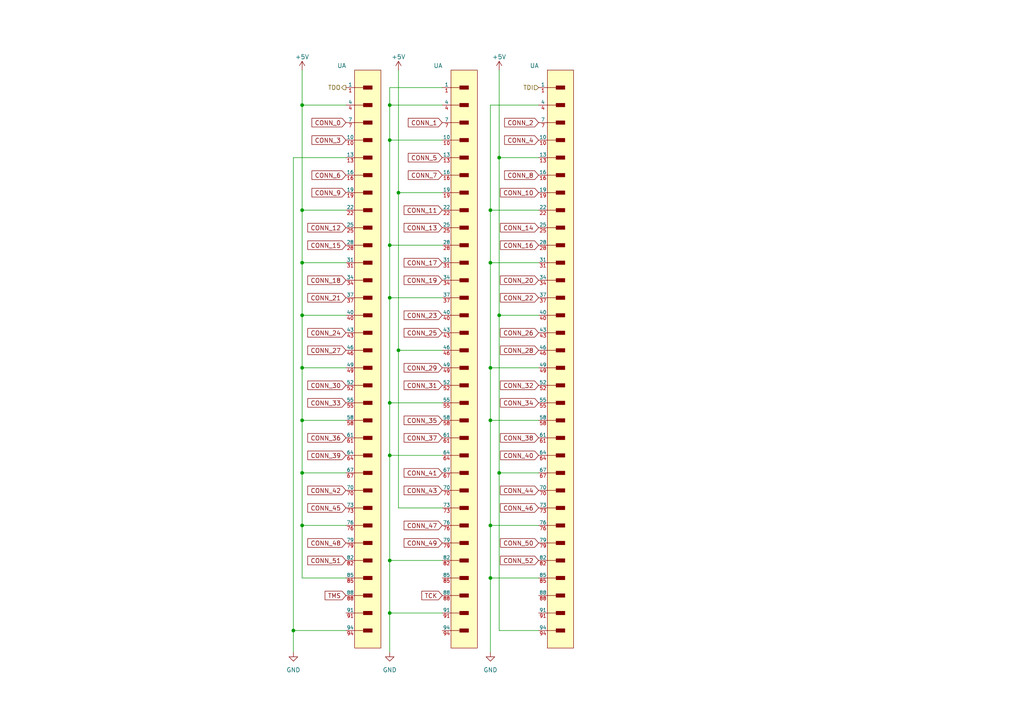
<source format=kicad_sch>
(kicad_sch (version 20220404) (generator eeschema)
  (paper "A4")
  (lib_symbols
    (symbol "09032967825:09032967825" (pin_names (offset 0))
      (property "Reference" "J" (at 0 7.62 0))
      (property "Value" "09032967825" (at 0 10.16 0))
      (symbol "09032967825_1_1"
        (rectangle (start -12.7 5.08) (end -5.08 -162.56) (fill (type background)))
        (rectangle (start -10.16 -156.972) (end -7.62 -157.988) (fill (type outline)))
        (rectangle (start -10.16 -151.892) (end -7.62 -152.908) (fill (type outline)))
        (rectangle (start -10.16 -146.812) (end -7.62 -147.828) (fill (type outline)))
        (rectangle (start -10.16 -141.732) (end -7.62 -142.748) (fill (type outline)))
        (rectangle (start -10.16 -136.652) (end -7.62 -137.668) (fill (type outline)))
        (rectangle (start -10.16 -131.572) (end -7.62 -132.588) (fill (type outline)))
        (rectangle (start -10.16 -126.492) (end -7.62 -127.508) (fill (type outline)))
        (rectangle (start -10.16 -121.412) (end -7.62 -122.428) (fill (type outline)))
        (rectangle (start -10.16 -116.332) (end -7.62 -117.348) (fill (type outline)))
        (rectangle (start -10.16 -111.252) (end -7.62 -112.268) (fill (type outline)))
        (rectangle (start -10.16 -106.172) (end -7.62 -107.188) (fill (type outline)))
        (rectangle (start -10.16 -101.092) (end -7.62 -102.108) (fill (type outline)))
        (rectangle (start -10.16 -96.012) (end -7.62 -97.028) (fill (type outline)))
        (rectangle (start -10.16 -90.932) (end -7.62 -91.948) (fill (type outline)))
        (rectangle (start -10.16 -85.852) (end -7.62 -86.868) (fill (type outline)))
        (rectangle (start -10.16 -80.772) (end -7.62 -81.788) (fill (type outline)))
        (rectangle (start -10.16 -75.692) (end -7.62 -76.708) (fill (type outline)))
        (rectangle (start -10.16 -70.612) (end -7.62 -71.628) (fill (type outline)))
        (rectangle (start -10.16 -65.532) (end -7.62 -66.548) (fill (type outline)))
        (rectangle (start -10.16 -60.452) (end -7.62 -61.468) (fill (type outline)))
        (rectangle (start -10.16 -55.372) (end -7.62 -56.388) (fill (type outline)))
        (rectangle (start -10.16 -50.292) (end -7.62 -51.308) (fill (type outline)))
        (rectangle (start -10.16 -45.212) (end -7.62 -46.228) (fill (type outline)))
        (rectangle (start -10.16 -40.132) (end -7.62 -41.148) (fill (type outline)))
        (rectangle (start -10.16 -35.052) (end -7.62 -36.068) (fill (type outline)))
        (rectangle (start -10.16 -29.972) (end -7.62 -30.988) (fill (type outline)))
        (rectangle (start -10.16 -24.892) (end -7.62 -25.908) (fill (type outline)))
        (rectangle (start -10.16 -19.812) (end -7.62 -20.828) (fill (type outline)))
        (rectangle (start -10.16 -14.732) (end -7.62 -15.748) (fill (type outline)))
        (rectangle (start -10.16 -9.652) (end -7.62 -10.668) (fill (type outline)))
        (rectangle (start -10.16 -4.572) (end -7.62 -5.588) (fill (type outline)))
        (rectangle (start -10.16 0.508) (end -7.62 -0.508) (fill (type outline)))
        (polyline (pts (xy -8.128 -157.48) (xy -5.08 -157.48)))
        (polyline (pts (xy -8.128 -152.4) (xy -5.08 -152.4)))
        (polyline (pts (xy -8.128 -147.32) (xy -5.08 -147.32)))
        (polyline (pts (xy -8.128 -142.24) (xy -5.08 -142.24)))
        (polyline (pts (xy -8.128 -137.16) (xy -5.08 -137.16)))
        (polyline (pts (xy -8.128 -132.08) (xy -5.08 -132.08)))
        (polyline (pts (xy -8.128 -127) (xy -5.08 -127)))
        (polyline (pts (xy -8.128 -121.92) (xy -5.08 -121.92)))
        (polyline (pts (xy -8.128 -116.84) (xy -5.08 -116.84)))
        (polyline (pts (xy -8.128 -111.76) (xy -5.08 -111.76)))
        (polyline (pts (xy -8.128 -106.68) (xy -5.08 -106.68)))
        (polyline (pts (xy -8.128 -101.6) (xy -5.08 -101.6)))
        (polyline (pts (xy -8.128 -96.52) (xy -5.08 -96.52)))
        (polyline (pts (xy -8.128 -91.44) (xy -5.08 -91.44)))
        (polyline (pts (xy -8.128 -86.36) (xy -5.08 -86.36)))
        (polyline (pts (xy -8.128 -81.28) (xy -5.08 -81.28)))
        (polyline (pts (xy -8.128 -76.2) (xy -5.08 -76.2)))
        (polyline (pts (xy -8.128 -71.12) (xy -5.08 -71.12)))
        (polyline (pts (xy -8.128 -66.04) (xy -5.08 -66.04)))
        (polyline (pts (xy -8.128 -60.96) (xy -5.08 -60.96)))
        (polyline (pts (xy -8.128 -55.88) (xy -5.08 -55.88)))
        (polyline (pts (xy -8.128 -50.8) (xy -5.08 -50.8)))
        (polyline (pts (xy -8.128 -45.72) (xy -5.08 -45.72)))
        (polyline (pts (xy -8.128 -40.64) (xy -5.08 -40.64)))
        (polyline (pts (xy -8.128 -35.56) (xy -5.08 -35.56)))
        (polyline (pts (xy -8.128 -30.48) (xy -5.08 -30.48)))
        (polyline (pts (xy -8.128 -25.4) (xy -5.08 -25.4)))
        (polyline (pts (xy -8.128 -20.32) (xy -5.08 -20.32)))
        (polyline (pts (xy -8.128 -15.24) (xy -5.08 -15.24)))
        (polyline (pts (xy -8.128 -10.16) (xy -5.08 -10.16)))
        (polyline (pts (xy -8.128 -5.08) (xy -5.08 -5.08)))
        (polyline (pts (xy -8.128 0) (xy -5.08 0)))
        (pin passive line (at -2.54 0 180) (length 2.54) (name "1") (number "1"))
        (pin passive line (at -2.54 -15.24 180) (length 2.54) (name "10") (number "10"))
        (pin passive line (at -2.54 -20.32 180) (length 2.54) (name "13") (number "13"))
        (pin passive line (at -2.54 -25.4 180) (length 2.54) (name "16") (number "16"))
        (pin passive line (at -2.54 -30.48 180) (length 2.54) (name "19") (number "19"))
        (pin passive line (at -2.54 -35.56 180) (length 2.54) (name "22") (number "22"))
        (pin passive line (at -2.54 -40.64 180) (length 2.54) (name "25") (number "25"))
        (pin passive line (at -2.54 -45.72 180) (length 2.54) (name "28") (number "28"))
        (pin passive line (at -2.54 -50.8 180) (length 2.54) (name "31") (number "31"))
        (pin passive line (at -2.54 -55.88 180) (length 2.54) (name "34") (number "34"))
        (pin passive line (at -2.54 -60.96 180) (length 2.54) (name "37") (number "37"))
        (pin passive line (at -2.54 -5.08 180) (length 2.54) (name "4") (number "4"))
        (pin passive line (at -2.54 -66.04 180) (length 2.54) (name "40") (number "40"))
        (pin passive line (at -2.54 -71.12 180) (length 2.54) (name "43") (number "43"))
        (pin passive line (at -2.54 -76.2 180) (length 2.54) (name "46") (number "46"))
        (pin passive line (at -2.54 -81.28 180) (length 2.54) (name "49") (number "49"))
        (pin passive line (at -2.54 -86.36 180) (length 2.54) (name "52") (number "52"))
        (pin passive line (at -2.54 -91.44 180) (length 2.54) (name "55") (number "55"))
        (pin passive line (at -2.54 -96.52 180) (length 2.54) (name "58") (number "58"))
        (pin passive line (at -2.54 -101.6 180) (length 2.54) (name "61") (number "61"))
        (pin passive line (at -2.54 -106.68 180) (length 2.54) (name "64") (number "64"))
        (pin passive line (at -2.54 -111.76 180) (length 2.54) (name "67") (number "67"))
        (pin passive line (at -2.54 -10.16 180) (length 2.54) (name "7") (number "7"))
        (pin passive line (at -2.54 -116.84 180) (length 2.54) (name "70") (number "70"))
        (pin passive line (at -2.54 -121.92 180) (length 2.54) (name "73") (number "73"))
        (pin passive line (at -2.54 -127 180) (length 2.54) (name "76") (number "76"))
        (pin passive line (at -2.54 -132.08 180) (length 2.54) (name "79") (number "79"))
        (pin passive line (at -2.54 -137.16 180) (length 2.54) (name "82") (number "82"))
        (pin passive line (at -2.54 -142.24 180) (length 2.54) (name "85") (number "85"))
        (pin passive line (at -2.54 -147.32 180) (length 2.54) (name "88") (number "88"))
        (pin passive line (at -2.54 -152.4 180) (length 2.54) (name "91") (number "91"))
        (pin passive line (at -2.54 -157.48 180) (length 2.54) (name "94") (number "94"))
      )
      (symbol "09032967825_2_1"
        (rectangle (start -12.7 5.08) (end -5.08 -162.56) (fill (type background)))
        (rectangle (start -10.16 -156.972) (end -7.62 -157.988) (fill (type outline)))
        (rectangle (start -10.16 -151.892) (end -7.62 -152.908) (fill (type outline)))
        (rectangle (start -10.16 -146.812) (end -7.62 -147.828) (fill (type outline)))
        (rectangle (start -10.16 -141.732) (end -7.62 -142.748) (fill (type outline)))
        (rectangle (start -10.16 -136.652) (end -7.62 -137.668) (fill (type outline)))
        (rectangle (start -10.16 -131.572) (end -7.62 -132.588) (fill (type outline)))
        (rectangle (start -10.16 -126.492) (end -7.62 -127.508) (fill (type outline)))
        (rectangle (start -10.16 -121.412) (end -7.62 -122.428) (fill (type outline)))
        (rectangle (start -10.16 -116.332) (end -7.62 -117.348) (fill (type outline)))
        (rectangle (start -10.16 -111.252) (end -7.62 -112.268) (fill (type outline)))
        (rectangle (start -10.16 -106.172) (end -7.62 -107.188) (fill (type outline)))
        (rectangle (start -10.16 -101.092) (end -7.62 -102.108) (fill (type outline)))
        (rectangle (start -10.16 -96.012) (end -7.62 -97.028) (fill (type outline)))
        (rectangle (start -10.16 -90.932) (end -7.62 -91.948) (fill (type outline)))
        (rectangle (start -10.16 -85.852) (end -7.62 -86.868) (fill (type outline)))
        (rectangle (start -10.16 -80.772) (end -7.62 -81.788) (fill (type outline)))
        (rectangle (start -10.16 -75.692) (end -7.62 -76.708) (fill (type outline)))
        (rectangle (start -10.16 -70.612) (end -7.62 -71.628) (fill (type outline)))
        (rectangle (start -10.16 -65.532) (end -7.62 -66.548) (fill (type outline)))
        (rectangle (start -10.16 -60.452) (end -7.62 -61.468) (fill (type outline)))
        (rectangle (start -10.16 -55.372) (end -7.62 -56.388) (fill (type outline)))
        (rectangle (start -10.16 -50.292) (end -7.62 -51.308) (fill (type outline)))
        (rectangle (start -10.16 -45.212) (end -7.62 -46.228) (fill (type outline)))
        (rectangle (start -10.16 -40.132) (end -7.62 -41.148) (fill (type outline)))
        (rectangle (start -10.16 -35.052) (end -7.62 -36.068) (fill (type outline)))
        (rectangle (start -10.16 -29.972) (end -7.62 -30.988) (fill (type outline)))
        (rectangle (start -10.16 -24.892) (end -7.62 -25.908) (fill (type outline)))
        (rectangle (start -10.16 -19.812) (end -7.62 -20.828) (fill (type outline)))
        (rectangle (start -10.16 -14.732) (end -7.62 -15.748) (fill (type outline)))
        (rectangle (start -10.16 -9.652) (end -7.62 -10.668) (fill (type outline)))
        (rectangle (start -10.16 -4.572) (end -7.62 -5.588) (fill (type outline)))
        (rectangle (start -10.16 0.508) (end -7.62 -0.508) (fill (type outline)))
        (polyline (pts (xy -8.128 -157.48) (xy -5.08 -157.48)))
        (polyline (pts (xy -8.128 -152.4) (xy -5.08 -152.4)))
        (polyline (pts (xy -8.128 -147.32) (xy -5.08 -147.32)))
        (polyline (pts (xy -8.128 -142.24) (xy -5.08 -142.24)))
        (polyline (pts (xy -8.128 -137.16) (xy -5.08 -137.16)))
        (polyline (pts (xy -8.128 -132.08) (xy -5.08 -132.08)))
        (polyline (pts (xy -8.128 -127) (xy -5.08 -127)))
        (polyline (pts (xy -8.128 -121.92) (xy -5.08 -121.92)))
        (polyline (pts (xy -8.128 -116.84) (xy -5.08 -116.84)))
        (polyline (pts (xy -8.128 -111.76) (xy -5.08 -111.76)))
        (polyline (pts (xy -8.128 -106.68) (xy -5.08 -106.68)))
        (polyline (pts (xy -8.128 -101.6) (xy -5.08 -101.6)))
        (polyline (pts (xy -8.128 -96.52) (xy -5.08 -96.52)))
        (polyline (pts (xy -8.128 -91.44) (xy -5.08 -91.44)))
        (polyline (pts (xy -8.128 -86.36) (xy -5.08 -86.36)))
        (polyline (pts (xy -8.128 -81.28) (xy -5.08 -81.28)))
        (polyline (pts (xy -8.128 -76.2) (xy -5.08 -76.2)))
        (polyline (pts (xy -8.128 -71.12) (xy -5.08 -71.12)))
        (polyline (pts (xy -8.128 -66.04) (xy -5.08 -66.04)))
        (polyline (pts (xy -8.128 -60.96) (xy -5.08 -60.96)))
        (polyline (pts (xy -8.128 -55.88) (xy -5.08 -55.88)))
        (polyline (pts (xy -8.128 -50.8) (xy -5.08 -50.8)))
        (polyline (pts (xy -8.128 -45.72) (xy -5.08 -45.72)))
        (polyline (pts (xy -8.128 -40.64) (xy -5.08 -40.64)))
        (polyline (pts (xy -8.128 -35.56) (xy -5.08 -35.56)))
        (polyline (pts (xy -8.128 -30.48) (xy -5.08 -30.48)))
        (polyline (pts (xy -8.128 -25.4) (xy -5.08 -25.4)))
        (polyline (pts (xy -8.128 -20.32) (xy -5.08 -20.32)))
        (polyline (pts (xy -8.128 -15.24) (xy -5.08 -15.24)))
        (polyline (pts (xy -8.128 -10.16) (xy -5.08 -10.16)))
        (polyline (pts (xy -8.128 -5.08) (xy -5.08 -5.08)))
        (polyline (pts (xy -8.128 0) (xy -5.08 0)))
        (pin passive line (at -2.54 -15.24 180) (length 2.54) (name "11") (number "11"))
        (pin passive line (at -2.54 -20.32 180) (length 2.54) (name "14") (number "14"))
        (pin passive line (at -2.54 -25.4 180) (length 2.54) (name "17") (number "17"))
        (pin passive line (at -2.54 0 180) (length 2.54) (name "2") (number "2"))
        (pin passive line (at -2.54 -30.48 180) (length 2.54) (name "20") (number "20"))
        (pin passive line (at -2.54 -35.56 180) (length 2.54) (name "23") (number "23"))
        (pin passive line (at -2.54 -40.64 180) (length 2.54) (name "26") (number "26"))
        (pin passive line (at -2.54 -45.72 180) (length 2.54) (name "29") (number "29"))
        (pin passive line (at -2.54 -50.8 180) (length 2.54) (name "32") (number "32"))
        (pin passive line (at -2.54 -55.88 180) (length 2.54) (name "35") (number "35"))
        (pin passive line (at -2.54 -60.96 180) (length 2.54) (name "38") (number "38"))
        (pin passive line (at -2.54 -66.04 180) (length 2.54) (name "41") (number "41"))
        (pin passive line (at -2.54 -71.12 180) (length 2.54) (name "44") (number "44"))
        (pin passive line (at -2.54 -76.2 180) (length 2.54) (name "47") (number "47"))
        (pin passive line (at -2.54 -5.08 180) (length 2.54) (name "5") (number "5"))
        (pin passive line (at -2.54 -81.28 180) (length 2.54) (name "50") (number "50"))
        (pin passive line (at -2.54 -86.36 180) (length 2.54) (name "53") (number "53"))
        (pin passive line (at -2.54 -91.44 180) (length 2.54) (name "56") (number "56"))
        (pin passive line (at -2.54 -96.52 180) (length 2.54) (name "59") (number "59"))
        (pin passive line (at -2.54 -101.6 180) (length 2.54) (name "62") (number "62"))
        (pin passive line (at -2.54 -106.68 180) (length 2.54) (name "65") (number "65"))
        (pin passive line (at -2.54 -111.76 180) (length 2.54) (name "68") (number "68"))
        (pin passive line (at -2.54 -116.84 180) (length 2.54) (name "71") (number "71"))
        (pin passive line (at -2.54 -121.92 180) (length 2.54) (name "74") (number "74"))
        (pin passive line (at -2.54 -127 180) (length 2.54) (name "77") (number "77"))
        (pin passive line (at -2.54 -10.16 180) (length 2.54) (name "8") (number "8"))
        (pin passive line (at -2.54 -132.08 180) (length 2.54) (name "80") (number "80"))
        (pin passive line (at -2.54 -137.16 180) (length 2.54) (name "83") (number "83"))
        (pin passive line (at -2.54 -142.24 180) (length 2.54) (name "86") (number "86"))
        (pin passive line (at -2.54 -147.32 180) (length 2.54) (name "89") (number "89"))
        (pin passive line (at -2.54 -152.4 180) (length 2.54) (name "92") (number "92"))
        (pin passive line (at -2.54 -157.48 180) (length 2.54) (name "95") (number "95"))
      )
      (symbol "09032967825_3_1"
        (rectangle (start -12.7 5.08) (end -5.08 -162.56) (fill (type background)))
        (rectangle (start -10.16 -156.972) (end -7.62 -157.988) (fill (type outline)))
        (rectangle (start -10.16 -151.892) (end -7.62 -152.908) (fill (type outline)))
        (rectangle (start -10.16 -146.812) (end -7.62 -147.828) (fill (type outline)))
        (rectangle (start -10.16 -141.732) (end -7.62 -142.748) (fill (type outline)))
        (rectangle (start -10.16 -136.652) (end -7.62 -137.668) (fill (type outline)))
        (rectangle (start -10.16 -131.572) (end -7.62 -132.588) (fill (type outline)))
        (rectangle (start -10.16 -126.492) (end -7.62 -127.508) (fill (type outline)))
        (rectangle (start -10.16 -121.412) (end -7.62 -122.428) (fill (type outline)))
        (rectangle (start -10.16 -116.332) (end -7.62 -117.348) (fill (type outline)))
        (rectangle (start -10.16 -111.252) (end -7.62 -112.268) (fill (type outline)))
        (rectangle (start -10.16 -106.172) (end -7.62 -107.188) (fill (type outline)))
        (rectangle (start -10.16 -101.092) (end -7.62 -102.108) (fill (type outline)))
        (rectangle (start -10.16 -96.012) (end -7.62 -97.028) (fill (type outline)))
        (rectangle (start -10.16 -90.932) (end -7.62 -91.948) (fill (type outline)))
        (rectangle (start -10.16 -85.852) (end -7.62 -86.868) (fill (type outline)))
        (rectangle (start -10.16 -80.772) (end -7.62 -81.788) (fill (type outline)))
        (rectangle (start -10.16 -75.692) (end -7.62 -76.708) (fill (type outline)))
        (rectangle (start -10.16 -70.612) (end -7.62 -71.628) (fill (type outline)))
        (rectangle (start -10.16 -65.532) (end -7.62 -66.548) (fill (type outline)))
        (rectangle (start -10.16 -60.452) (end -7.62 -61.468) (fill (type outline)))
        (rectangle (start -10.16 -55.372) (end -7.62 -56.388) (fill (type outline)))
        (rectangle (start -10.16 -50.292) (end -7.62 -51.308) (fill (type outline)))
        (rectangle (start -10.16 -45.212) (end -7.62 -46.228) (fill (type outline)))
        (rectangle (start -10.16 -40.132) (end -7.62 -41.148) (fill (type outline)))
        (rectangle (start -10.16 -35.052) (end -7.62 -36.068) (fill (type outline)))
        (rectangle (start -10.16 -29.972) (end -7.62 -30.988) (fill (type outline)))
        (rectangle (start -10.16 -24.892) (end -7.62 -25.908) (fill (type outline)))
        (rectangle (start -10.16 -19.812) (end -7.62 -20.828) (fill (type outline)))
        (rectangle (start -10.16 -14.732) (end -7.62 -15.748) (fill (type outline)))
        (rectangle (start -10.16 -9.652) (end -7.62 -10.668) (fill (type outline)))
        (rectangle (start -10.16 -4.572) (end -7.62 -5.588) (fill (type outline)))
        (rectangle (start -10.16 0.508) (end -7.62 -0.508) (fill (type outline)))
        (polyline (pts (xy -8.128 -157.48) (xy -5.08 -157.48)))
        (polyline (pts (xy -8.128 -152.4) (xy -5.08 -152.4)))
        (polyline (pts (xy -8.128 -147.32) (xy -5.08 -147.32)))
        (polyline (pts (xy -8.128 -142.24) (xy -5.08 -142.24)))
        (polyline (pts (xy -8.128 -137.16) (xy -5.08 -137.16)))
        (polyline (pts (xy -8.128 -132.08) (xy -5.08 -132.08)))
        (polyline (pts (xy -8.128 -127) (xy -5.08 -127)))
        (polyline (pts (xy -8.128 -121.92) (xy -5.08 -121.92)))
        (polyline (pts (xy -8.128 -116.84) (xy -5.08 -116.84)))
        (polyline (pts (xy -8.128 -111.76) (xy -5.08 -111.76)))
        (polyline (pts (xy -8.128 -106.68) (xy -5.08 -106.68)))
        (polyline (pts (xy -8.128 -101.6) (xy -5.08 -101.6)))
        (polyline (pts (xy -8.128 -96.52) (xy -5.08 -96.52)))
        (polyline (pts (xy -8.128 -91.44) (xy -5.08 -91.44)))
        (polyline (pts (xy -8.128 -86.36) (xy -5.08 -86.36)))
        (polyline (pts (xy -8.128 -81.28) (xy -5.08 -81.28)))
        (polyline (pts (xy -8.128 -76.2) (xy -5.08 -76.2)))
        (polyline (pts (xy -8.128 -71.12) (xy -5.08 -71.12)))
        (polyline (pts (xy -8.128 -66.04) (xy -5.08 -66.04)))
        (polyline (pts (xy -8.128 -60.96) (xy -5.08 -60.96)))
        (polyline (pts (xy -8.128 -55.88) (xy -5.08 -55.88)))
        (polyline (pts (xy -8.128 -50.8) (xy -5.08 -50.8)))
        (polyline (pts (xy -8.128 -45.72) (xy -5.08 -45.72)))
        (polyline (pts (xy -8.128 -40.64) (xy -5.08 -40.64)))
        (polyline (pts (xy -8.128 -35.56) (xy -5.08 -35.56)))
        (polyline (pts (xy -8.128 -30.48) (xy -5.08 -30.48)))
        (polyline (pts (xy -8.128 -25.4) (xy -5.08 -25.4)))
        (polyline (pts (xy -8.128 -20.32) (xy -5.08 -20.32)))
        (polyline (pts (xy -8.128 -15.24) (xy -5.08 -15.24)))
        (polyline (pts (xy -8.128 -10.16) (xy -5.08 -10.16)))
        (polyline (pts (xy -8.128 -5.08) (xy -5.08 -5.08)))
        (polyline (pts (xy -8.128 0) (xy -5.08 0)))
        (pin passive line (at -2.54 -15.24 180) (length 2.54) (name "12") (number "12"))
        (pin passive line (at -2.54 -20.32 180) (length 2.54) (name "15") (number "15"))
        (pin passive line (at -2.54 -25.4 180) (length 2.54) (name "18") (number "18"))
        (pin passive line (at -2.54 -30.48 180) (length 2.54) (name "21") (number "21"))
        (pin passive line (at -2.54 -35.56 180) (length 2.54) (name "24") (number "24"))
        (pin passive line (at -2.54 -40.64 180) (length 2.54) (name "27") (number "27"))
        (pin passive line (at -2.54 0 180) (length 2.54) (name "3") (number "3"))
        (pin passive line (at -2.54 -45.72 180) (length 2.54) (name "30") (number "30"))
        (pin passive line (at -2.54 -50.8 180) (length 2.54) (name "33") (number "33"))
        (pin passive line (at -2.54 -55.88 180) (length 2.54) (name "36") (number "36"))
        (pin passive line (at -2.54 -60.96 180) (length 2.54) (name "39") (number "39"))
        (pin passive line (at -2.54 -66.04 180) (length 2.54) (name "42") (number "42"))
        (pin passive line (at -2.54 -71.12 180) (length 2.54) (name "45") (number "45"))
        (pin passive line (at -2.54 -76.2 180) (length 2.54) (name "48") (number "48"))
        (pin passive line (at -2.54 -81.28 180) (length 2.54) (name "51") (number "51"))
        (pin passive line (at -2.54 -86.36 180) (length 2.54) (name "54") (number "54"))
        (pin passive line (at -2.54 -91.44 180) (length 2.54) (name "57") (number "57"))
        (pin passive line (at -2.54 -5.08 180) (length 2.54) (name "6") (number "6"))
        (pin passive line (at -2.54 -96.52 180) (length 2.54) (name "60") (number "60"))
        (pin passive line (at -2.54 -101.6 180) (length 2.54) (name "63") (number "63"))
        (pin passive line (at -2.54 -106.68 180) (length 2.54) (name "66") (number "66"))
        (pin passive line (at -2.54 -111.76 180) (length 2.54) (name "69") (number "69"))
        (pin passive line (at -2.54 -116.84 180) (length 2.54) (name "72") (number "72"))
        (pin passive line (at -2.54 -121.92 180) (length 2.54) (name "75") (number "75"))
        (pin passive line (at -2.54 -127 180) (length 2.54) (name "78") (number "78"))
        (pin passive line (at -2.54 -132.08 180) (length 2.54) (name "81") (number "81"))
        (pin passive line (at -2.54 -137.16 180) (length 2.54) (name "84") (number "84"))
        (pin passive line (at -2.54 -142.24 180) (length 2.54) (name "87") (number "87"))
        (pin passive line (at -2.54 -10.16 180) (length 2.54) (name "9") (number "9"))
        (pin passive line (at -2.54 -147.32 180) (length 2.54) (name "90") (number "90"))
        (pin passive line (at -2.54 -152.4 180) (length 2.54) (name "93") (number "93"))
        (pin passive line (at -2.54 -157.48 180) (length 2.54) (name "96") (number "96"))
      )
    )
    (symbol "power:+5V" (power) (pin_names (offset 0))
      (property "Value" "+5V" (at 0 3.556 0))
      (symbol "+5V_0_1"
        (polyline (pts (xy -0.762 1.27) (xy 0 2.54)))
        (polyline (pts (xy 0 0) (xy 0 2.54)))
        (polyline (pts (xy 0 2.54) (xy 0.762 1.27)))
      )
      (symbol "+5V_1_1"
        (pin power_in line (at 0 0 90) (length 0) hide (name "+5V") (number "1"))
      )
    )
    (symbol "power:GND" (power) (pin_names (offset 0))
      (property "Value" "GND" (at 0 -3.81 0))
      (symbol "GND_0_1"
        (polyline (pts (xy 0 0) (xy 0 -1.27) (xy 1.27 -1.27) (xy 0 -2.54) (xy -1.27 -1.27) (xy 0 -1.27)))
      )
      (symbol "GND_1_1"
        (pin power_in line (at 0 0 270) (length 0) hide (name "GND") (number "1"))
      )
    )
  )
  (junction (at 87.63 60.96))
  (junction (at 142.24 121.92))
  (junction (at 87.63 30.48))
  (junction (at 85.09 182.88))
  (junction (at 142.24 106.68))
  (junction (at 113.03 116.84))
  (junction (at 144.78 137.16))
  (junction (at 87.63 152.4))
  (junction (at 115.57 101.6))
  (junction (at 113.03 71.12))
  (junction (at 113.03 40.64))
  (junction (at 87.63 76.2))
  (junction (at 87.63 106.68))
  (junction (at 113.03 132.08))
  (junction (at 115.57 55.88))
  (junction (at 142.24 76.2))
  (junction (at 87.63 91.44))
  (junction (at 144.78 91.44))
  (junction (at 113.03 30.48))
  (junction (at 142.24 60.96))
  (junction (at 87.63 137.16))
  (junction (at 142.24 152.4))
  (junction (at 113.03 86.36))
  (junction (at 113.03 177.8))
  (junction (at 113.03 162.56))
  (junction (at 87.63 121.92))
  (junction (at 144.78 45.72))
  (junction (at 142.24 167.64))
  (wire (pts (xy 142.24 152.4) (xy 142.24 121.92)))
  (wire (pts (xy 115.57 101.6) (xy 128.27 101.6)))
  (wire (pts (xy 85.09 189.23) (xy 85.09 182.88)))
  (wire (pts (xy 115.57 101.6) (xy 115.57 147.32)))
  (wire (pts (xy 87.63 121.92) (xy 87.63 137.16)))
  (wire (pts (xy 113.03 40.64) (xy 113.03 30.48)))
  (wire (pts (xy 87.63 60.96) (xy 87.63 76.2)))
  (wire (pts (xy 115.57 55.88) (xy 128.27 55.88)))
  (wire (pts (xy 113.03 71.12) (xy 128.27 71.12)))
  (wire (pts (xy 113.03 25.4) (xy 128.27 25.4)))
  (wire (pts (xy 142.24 76.2) (xy 142.24 60.96)))
  (wire (pts (xy 113.03 189.23) (xy 113.03 177.8)))
  (wire (pts (xy 113.03 71.12) (xy 113.03 40.64)))
  (wire (pts (xy 87.63 76.2) (xy 100.33 76.2)))
  (wire (pts (xy 113.03 30.48) (xy 128.27 30.48)))
  (wire (pts (xy 85.09 182.88) (xy 100.33 182.88)))
  (wire (pts (xy 142.24 60.96) (xy 142.24 30.48)))
  (wire (pts (xy 144.78 45.72) (xy 144.78 91.44)))
  (wire (pts (xy 87.63 106.68) (xy 100.33 106.68)))
  (wire (pts (xy 115.57 20.32) (xy 115.57 55.88)))
  (wire (pts (xy 115.57 55.88) (xy 115.57 101.6)))
  (wire (pts (xy 85.09 45.72) (xy 100.33 45.72)))
  (wire (pts (xy 87.63 91.44) (xy 87.63 106.68)))
  (wire (pts (xy 113.03 40.64) (xy 128.27 40.64)))
  (wire (pts (xy 115.57 147.32) (xy 128.27 147.32)))
  (wire (pts (xy 113.03 162.56) (xy 128.27 162.56)))
  (wire (pts (xy 113.03 177.8) (xy 128.27 177.8)))
  (wire (pts (xy 87.63 60.96) (xy 100.33 60.96)))
  (wire (pts (xy 87.63 106.68) (xy 87.63 121.92)))
  (wire (pts (xy 144.78 137.16) (xy 144.78 182.88)))
  (wire (pts (xy 142.24 106.68) (xy 142.24 76.2)))
  (wire (pts (xy 87.63 167.64) (xy 100.33 167.64)))
  (wire (pts (xy 144.78 91.44) (xy 144.78 137.16)))
  (wire (pts (xy 142.24 30.48) (xy 156.21 30.48)))
  (wire (pts (xy 87.63 152.4) (xy 100.33 152.4)))
  (wire (pts (xy 87.63 76.2) (xy 87.63 91.44)))
  (wire (pts (xy 113.03 132.08) (xy 113.03 116.84)))
  (wire (pts (xy 142.24 60.96) (xy 156.21 60.96)))
  (wire (pts (xy 87.63 20.32) (xy 87.63 30.48)))
  (wire (pts (xy 113.03 86.36) (xy 128.27 86.36)))
  (wire (pts (xy 142.24 121.92) (xy 156.21 121.92)))
  (wire (pts (xy 113.03 177.8) (xy 113.03 162.56)))
  (wire (pts (xy 113.03 132.08) (xy 128.27 132.08)))
  (wire (pts (xy 87.63 30.48) (xy 100.33 30.48)))
  (wire (pts (xy 113.03 30.48) (xy 113.03 25.4)))
  (wire (pts (xy 142.24 121.92) (xy 142.24 106.68)))
  (wire (pts (xy 113.03 86.36) (xy 113.03 71.12)))
  (wire (pts (xy 113.03 162.56) (xy 113.03 132.08)))
  (wire (pts (xy 144.78 91.44) (xy 156.21 91.44)))
  (wire (pts (xy 87.63 137.16) (xy 100.33 137.16)))
  (wire (pts (xy 144.78 182.88) (xy 156.21 182.88)))
  (wire (pts (xy 87.63 30.48) (xy 87.63 60.96)))
  (wire (pts (xy 87.63 137.16) (xy 87.63 152.4)))
  (wire (pts (xy 142.24 152.4) (xy 156.21 152.4)))
  (wire (pts (xy 142.24 167.64) (xy 156.21 167.64)))
  (wire (pts (xy 113.03 116.84) (xy 128.27 116.84)))
  (wire (pts (xy 142.24 167.64) (xy 142.24 152.4)))
  (wire (pts (xy 144.78 137.16) (xy 156.21 137.16)))
  (wire (pts (xy 142.24 106.68) (xy 156.21 106.68)))
  (wire (pts (xy 85.09 45.72) (xy 85.09 182.88)))
  (wire (pts (xy 87.63 152.4) (xy 87.63 167.64)))
  (wire (pts (xy 142.24 76.2) (xy 156.21 76.2)))
  (wire (pts (xy 113.03 116.84) (xy 113.03 86.36)))
  (wire (pts (xy 144.78 20.32) (xy 144.78 45.72)))
  (wire (pts (xy 142.24 189.23) (xy 142.24 167.64)))
  (wire (pts (xy 87.63 91.44) (xy 100.33 91.44)))
  (wire (pts (xy 144.78 45.72) (xy 156.21 45.72)))
  (wire (pts (xy 87.63 121.92) (xy 100.33 121.92)))
  (global_label "CONN_49" (shape input) (at 128.27 157.48 180) (property "Intersheetrefs" "${INTERSHEET_REFS}" (effects hide)))
  (global_label "CONN_38" (shape input) (at 156.21 127 180) (property "Intersheetrefs" "${INTERSHEET_REFS}" (effects hide)))
  (global_label "CONN_25" (shape input) (at 128.27 96.52 180) (property "Intersheetrefs" "${INTERSHEET_REFS}" (effects hide)))
  (global_label "CONN_28" (shape input) (at 156.21 101.6 180) (property "Intersheetrefs" "${INTERSHEET_REFS}" (effects hide)))
  (global_label "CONN_3" (shape input) (at 100.33 40.64 180) (property "Intersheetrefs" "${INTERSHEET_REFS}" (effects hide)))
  (global_label "CONN_19" (shape input) (at 128.27 81.28 180) (property "Intersheetrefs" "${INTERSHEET_REFS}" (effects hide)))
  (global_label "CONN_6" (shape input) (at 100.33 50.8 180) (property "Intersheetrefs" "${INTERSHEET_REFS}" (effects hide)))
  (global_label "CONN_32" (shape input) (at 156.21 111.76 180) (property "Intersheetrefs" "${INTERSHEET_REFS}" (effects hide)))
  (global_label "TCK" (shape input) (at 128.27 172.72 180) (property "Intersheetrefs" "${INTERSHEET_REFS}" (effects hide)))
  (global_label "CONN_24" (shape input) (at 100.33 96.52 180) (property "Intersheetrefs" "${INTERSHEET_REFS}" (effects hide)))
  (global_label "CONN_33" (shape input) (at 100.33 116.84 180) (property "Intersheetrefs" "${INTERSHEET_REFS}" (effects hide)))
  (global_label "CONN_9" (shape input) (at 100.33 55.88 180) (property "Intersheetrefs" "${INTERSHEET_REFS}" (effects hide)))
  (global_label "CONN_8" (shape input) (at 156.21 50.8 180) (property "Intersheetrefs" "${INTERSHEET_REFS}" (effects hide)))
  (global_label "CONN_29" (shape input) (at 128.27 106.68 180) (property "Intersheetrefs" "${INTERSHEET_REFS}" (effects hide)))
  (global_label "CONN_39" (shape input) (at 100.33 132.08 180) (property "Intersheetrefs" "${INTERSHEET_REFS}" (effects hide)))
  (global_label "CONN_43" (shape input) (at 128.27 142.24 180) (property "Intersheetrefs" "${INTERSHEET_REFS}" (effects hide)))
  (global_label "CONN_42" (shape input) (at 100.33 142.24 180) (property "Intersheetrefs" "${INTERSHEET_REFS}" (effects hide)))
  (global_label "CONN_12" (shape input) (at 100.33 66.04 180) (property "Intersheetrefs" "${INTERSHEET_REFS}" (effects hide)))
  (global_label "CONN_10" (shape input) (at 156.21 55.88 180) (property "Intersheetrefs" "${INTERSHEET_REFS}" (effects hide)))
  (global_label "CONN_30" (shape input) (at 100.33 111.76 180) (property "Intersheetrefs" "${INTERSHEET_REFS}" (effects hide)))
  (global_label "TMS" (shape input) (at 100.33 172.72 180) (property "Intersheetrefs" "${INTERSHEET_REFS}" (effects hide)))
  (global_label "CONN_48" (shape input) (at 100.33 157.48 180) (property "Intersheetrefs" "${INTERSHEET_REFS}" (effects hide)))
  (global_label "CONN_35" (shape input) (at 128.27 121.92 180) (property "Intersheetrefs" "${INTERSHEET_REFS}" (effects hide)))
  (global_label "CONN_0" (shape input) (at 100.33 35.56 180) (property "Intersheetrefs" "${INTERSHEET_REFS}" (effects hide)))
  (global_label "CONN_40" (shape input) (at 156.21 132.08 180) (property "Intersheetrefs" "${INTERSHEET_REFS}" (effects hide)))
  (global_label "CONN_17" (shape input) (at 128.27 76.2 180) (property "Intersheetrefs" "${INTERSHEET_REFS}" (effects hide)))
  (global_label "CONN_46" (shape input) (at 156.21 147.32 180) (property "Intersheetrefs" "${INTERSHEET_REFS}" (effects hide)))
  (global_label "CONN_47" (shape input) (at 128.27 152.4 180) (property "Intersheetrefs" "${INTERSHEET_REFS}" (effects hide)))
  (global_label "CONN_45" (shape input) (at 100.33 147.32 180) (property "Intersheetrefs" "${INTERSHEET_REFS}" (effects hide)))
  (global_label "CONN_36" (shape input) (at 100.33 127 180) (property "Intersheetrefs" "${INTERSHEET_REFS}" (effects hide)))
  (global_label "CONN_23" (shape input) (at 128.27 91.44 180) (property "Intersheetrefs" "${INTERSHEET_REFS}" (effects hide)))
  (global_label "CONN_13" (shape input) (at 128.27 66.04 180) (property "Intersheetrefs" "${INTERSHEET_REFS}" (effects hide)))
  (global_label "CONN_44" (shape input) (at 156.21 142.24 180) (property "Intersheetrefs" "${INTERSHEET_REFS}" (effects hide)))
  (global_label "CONN_37" (shape input) (at 128.27 127 180) (property "Intersheetrefs" "${INTERSHEET_REFS}" (effects hide)))
  (global_label "CONN_14" (shape input) (at 156.21 66.04 180) (property "Intersheetrefs" "${INTERSHEET_REFS}" (effects hide)))
  (global_label "CONN_22" (shape input) (at 156.21 86.36 180) (property "Intersheetrefs" "${INTERSHEET_REFS}" (effects hide)))
  (global_label "CONN_21" (shape input) (at 100.33 86.36 180) (property "Intersheetrefs" "${INTERSHEET_REFS}" (effects hide)))
  (global_label "CONN_26" (shape input) (at 156.21 96.52 180) (property "Intersheetrefs" "${INTERSHEET_REFS}" (effects hide)))
  (global_label "CONN_20" (shape input) (at 156.21 81.28 180) (property "Intersheetrefs" "${INTERSHEET_REFS}" (effects hide)))
  (global_label "CONN_51" (shape input) (at 100.33 162.56 180) (property "Intersheetrefs" "${INTERSHEET_REFS}" (effects hide)))
  (global_label "CONN_34" (shape input) (at 156.21 116.84 180) (property "Intersheetrefs" "${INTERSHEET_REFS}" (effects hide)))
  (global_label "CONN_1" (shape input) (at 128.27 35.56 180) (property "Intersheetrefs" "${INTERSHEET_REFS}" (effects hide)))
  (global_label "CONN_41" (shape input) (at 128.27 137.16 180) (property "Intersheetrefs" "${INTERSHEET_REFS}" (effects hide)))
  (global_label "CONN_15" (shape input) (at 100.33 71.12 180) (property "Intersheetrefs" "${INTERSHEET_REFS}" (effects hide)))
  (global_label "CONN_5" (shape input) (at 128.27 45.72 180) (property "Intersheetrefs" "${INTERSHEET_REFS}" (effects hide)))
  (global_label "CONN_16" (shape input) (at 156.21 71.12 180) (property "Intersheetrefs" "${INTERSHEET_REFS}" (effects hide)))
  (global_label "CONN_7" (shape input) (at 128.27 50.8 180) (property "Intersheetrefs" "${INTERSHEET_REFS}" (effects hide)))
  (global_label "CONN_18" (shape input) (at 100.33 81.28 180) (property "Intersheetrefs" "${INTERSHEET_REFS}" (effects hide)))
  (global_label "CONN_27" (shape input) (at 100.33 101.6 180) (property "Intersheetrefs" "${INTERSHEET_REFS}" (effects hide)))
  (global_label "CONN_50" (shape input) (at 156.21 157.48 180) (property "Intersheetrefs" "${INTERSHEET_REFS}" (effects hide)))
  (global_label "CONN_52" (shape input) (at 156.21 162.56 180) (property "Intersheetrefs" "${INTERSHEET_REFS}" (effects hide)))
  (global_label "CONN_4" (shape input) (at 156.21 40.64 180) (property "Intersheetrefs" "${INTERSHEET_REFS}" (effects hide)))
  (global_label "CONN_11" (shape input) (at 128.27 60.96 180) (property "Intersheetrefs" "${INTERSHEET_REFS}" (effects hide)))
  (global_label "CONN_2" (shape input) (at 156.21 35.56 180) (property "Intersheetrefs" "${INTERSHEET_REFS}" (effects hide)))
  (global_label "CONN_31" (shape input) (at 128.27 111.76 180) (property "Intersheetrefs" "${INTERSHEET_REFS}" (effects hide)))
  (hierarchical_label "TDO" (shape output) (at 100.33 25.4 180))
  (hierarchical_label "TDI" (shape input) (at 156.21 25.4 180))
  (symbol (lib_id "09032967825:09032967825") (at 125.73 25.4 0) (mirror y) (unit 1)
    (default_instance (reference "U") (unit 1) (value "") (footprint ""))
    (property "Reference" "U" (at 125.73 19.05 0) (effects (justify right)))
    (property "Datasheet" "https://b2b.harting.com/files/download/PRD/PDF_DS/09031200203_100580339DRW000B.pdf" (effects hide))
    (property "category" "Conn" (effects hide))
    (property "contact material" "Gold,Tin" (effects hide))
    (property "current rating" "2A" (effects hide))
    (property "device class L1" "Connectors" (effects hide))
    (property "device class L2" "Headers and Wire Housings" (effects hide))
    (property "device class L3" "unset" (effects hide))
    (property "digikey description" "DIN-SIGNAL C096MS-3,0C1-2" (effects hide))
    (property "digikey part number" "1195-1155-ND" (effects hide))
    (property "footprint url" "https://b2b.harting.com/files/download/PRD/PDF_TS/0903196X921_100072506DRW318C.pdf" (effects hide))
    (property "height" "11mm" (effects hide))
    (property "is connector" "yes" (effects hide))
    (property "is male" "yes" (effects hide))
    (property "lead free" "yes" (effects hide))
    (property "library id" "da8e1b99bd9ebd5c" (effects hide))
    (property "manufacturer" "Harting" (effects hide))
    (property "mouser part number" "617-09-03-196-6921" (effects hide))
    (property "number of contacts" "96" (effects hide))
    (property "number of rows" "3" (effects hide))
    (property "package" "HDR96" (effects hide))
    (property "rohs" "yes" (effects hide))
    (property "temperature range high" "+125°C" (effects hide))
    (property "temperature range low" "-55°C" (effects hide))
  )
  (symbol (lib_id "09032967825:09032967825") (at 153.67 25.4 0) (mirror y) (unit 1)
    (default_instance (reference "U") (unit 1) (value "") (footprint ""))
    (property "Reference" "U" (at 153.67 19.05 0) (effects (justify right)))
    (property "Datasheet" "https://b2b.harting.com/files/download/PRD/PDF_DS/09031200203_100580339DRW000B.pdf" (effects hide))
    (property "category" "Conn" (effects hide))
    (property "contact material" "Gold,Tin" (effects hide))
    (property "current rating" "2A" (effects hide))
    (property "device class L1" "Connectors" (effects hide))
    (property "device class L2" "Headers and Wire Housings" (effects hide))
    (property "device class L3" "unset" (effects hide))
    (property "digikey description" "DIN-SIGNAL C096MS-3,0C1-2" (effects hide))
    (property "digikey part number" "1195-1155-ND" (effects hide))
    (property "footprint url" "https://b2b.harting.com/files/download/PRD/PDF_TS/0903196X921_100072506DRW318C.pdf" (effects hide))
    (property "height" "11mm" (effects hide))
    (property "is connector" "yes" (effects hide))
    (property "is male" "yes" (effects hide))
    (property "lead free" "yes" (effects hide))
    (property "library id" "da8e1b99bd9ebd5c" (effects hide))
    (property "manufacturer" "Harting" (effects hide))
    (property "mouser part number" "617-09-03-196-6921" (effects hide))
    (property "number of contacts" "96" (effects hide))
    (property "number of rows" "3" (effects hide))
    (property "package" "HDR96" (effects hide))
    (property "rohs" "yes" (effects hide))
    (property "temperature range high" "+125°C" (effects hide))
    (property "temperature range low" "-55°C" (effects hide))
  )
  (symbol (lib_id "power:GND") (at 113.03 189.23 0) (unit 1)
    (default_instance (reference "#PWR") (unit 1) (value "GND") (footprint ""))
    (property "Reference" "#PWR" (effects hide))
    (property "Value" "GND" (at 113.03 194.31 0))
  )
  (symbol (lib_id "power:GND") (at 142.24 189.23 0) (unit 1)
    (default_instance (reference "#PWR") (unit 1) (value "GND") (footprint ""))
    (property "Reference" "#PWR" (effects hide))
    (property "Value" "GND" (at 142.24 194.31 0))
  )
  (symbol (lib_id "power:GND") (at 85.09 189.23 0) (unit 1)
    (default_instance (reference "#PWR") (unit 1) (value "GND") (footprint ""))
    (property "Reference" "#PWR" (effects hide))
    (property "Value" "GND" (at 85.09 194.31 0))
  )
  (symbol (lib_id "power:+5V") (at 115.57 20.32 0) (unit 1)
    (default_instance (reference "#PWR") (unit 1) (value "+5V") (footprint ""))
    (property "Reference" "#PWR" (effects hide))
    (property "Value" "+5V" (at 115.57 16.51 0))
  )
  (symbol (lib_id "power:+5V") (at 144.78 20.32 0) (unit 1)
    (default_instance (reference "#PWR") (unit 1) (value "+5V") (footprint ""))
    (property "Reference" "#PWR" (effects hide))
    (property "Value" "+5V" (at 144.78 16.51 0))
  )
  (symbol (lib_id "power:+5V") (at 87.63 20.32 0) (unit 1)
    (default_instance (reference "#PWR") (unit 1) (value "+5V") (footprint ""))
    (property "Reference" "#PWR" (effects hide))
    (property "Value" "+5V" (at 87.63 16.51 0))
  )
  (symbol (lib_id "09032967825:09032967825") (at 97.79 25.4 0) (mirror y) (unit 1)
    (default_instance (reference "U") (unit 1) (value "") (footprint ""))
    (property "Reference" "U" (at 97.79 19.05 0) (effects (justify right)))
    (property "Datasheet" "https://b2b.harting.com/files/download/PRD/PDF_DS/09031200203_100580339DRW000B.pdf" (effects hide))
    (property "category" "Conn" (effects hide))
    (property "contact material" "Gold,Tin" (effects hide))
    (property "current rating" "2A" (effects hide))
    (property "device class L1" "Connectors" (effects hide))
    (property "device class L2" "Headers and Wire Housings" (effects hide))
    (property "device class L3" "unset" (effects hide))
    (property "digikey description" "DIN-SIGNAL C096MS-3,0C1-2" (effects hide))
    (property "digikey part number" "1195-1155-ND" (effects hide))
    (property "footprint url" "https://b2b.harting.com/files/download/PRD/PDF_TS/0903196X921_100072506DRW318C.pdf" (effects hide))
    (property "height" "11mm" (effects hide))
    (property "is connector" "yes" (effects hide))
    (property "is male" "yes" (effects hide))
    (property "lead free" "yes" (effects hide))
    (property "library id" "da8e1b99bd9ebd5c" (effects hide))
    (property "manufacturer" "Harting" (effects hide))
    (property "mouser part number" "617-09-03-196-6921" (effects hide))
    (property "number of contacts" "96" (effects hide))
    (property "number of rows" "3" (effects hide))
    (property "package" "HDR96" (effects hide))
    (property "rohs" "yes" (effects hide))
    (property "temperature range high" "+125°C" (effects hide))
    (property "temperature range low" "-55°C" (effects hide))
  )
)
</source>
